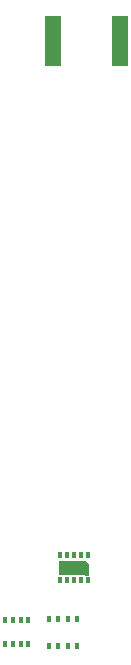
<source format=gbr>
G04 #@! TF.GenerationSoftware,KiCad,Pcbnew,(5.1.2)-2*
G04 #@! TF.CreationDate,2019-12-14T23:06:18+01:00*
G04 #@! TF.ProjectId,ttgot5,7474676f-7435-42e6-9b69-6361645f7063,rev?*
G04 #@! TF.SameCoordinates,Original*
G04 #@! TF.FileFunction,Paste,Top*
G04 #@! TF.FilePolarity,Positive*
%FSLAX46Y46*%
G04 Gerber Fmt 4.6, Leading zero omitted, Abs format (unit mm)*
G04 Created by KiCad (PCBNEW (5.1.2)-2) date 2019-12-14 23:06:18*
%MOMM*%
%LPD*%
G04 APERTURE LIST*
%ADD10R,1.350000X4.200000*%
%ADD11R,0.400000X0.550000*%
%ADD12C,0.300000*%
%ADD13C,0.100000*%
%ADD14R,0.300000X1.000000*%
%ADD15R,2.200000X1.300000*%
%ADD16R,0.400000X0.600000*%
%ADD17R,0.350000X0.500000*%
G04 APERTURE END LIST*
D10*
X110825000Y-103000000D03*
X105175000Y-103000000D03*
D11*
X104816000Y-151932000D03*
X105616000Y-151932000D03*
X106416000Y-151932000D03*
X107216000Y-151932000D03*
X107216000Y-154232000D03*
X106416000Y-154232000D03*
X105616000Y-154232000D03*
X104816000Y-154232000D03*
D12*
X108005000Y-147621000D03*
D13*
G36*
X107855000Y-146971000D02*
G01*
X108155000Y-147271000D01*
X108155000Y-147971000D01*
X107855000Y-148271000D01*
X107855000Y-146971000D01*
X107855000Y-146971000D01*
G37*
D14*
X108005000Y-147771000D03*
D15*
X106755000Y-147621000D03*
D16*
X105705000Y-148671000D03*
X106305000Y-148671000D03*
X108105000Y-148671000D03*
X107505000Y-148671000D03*
X105705000Y-146571000D03*
X108105000Y-146571000D03*
X107505000Y-146571000D03*
X106905000Y-146571000D03*
X106305000Y-146571000D03*
X106905000Y-148671000D03*
D17*
X103054000Y-152057000D03*
X102404000Y-152057000D03*
X101754000Y-152057000D03*
X101104000Y-152057000D03*
X101104000Y-154107000D03*
X101754000Y-154107000D03*
X102404000Y-154107000D03*
X103054000Y-154107000D03*
M02*

</source>
